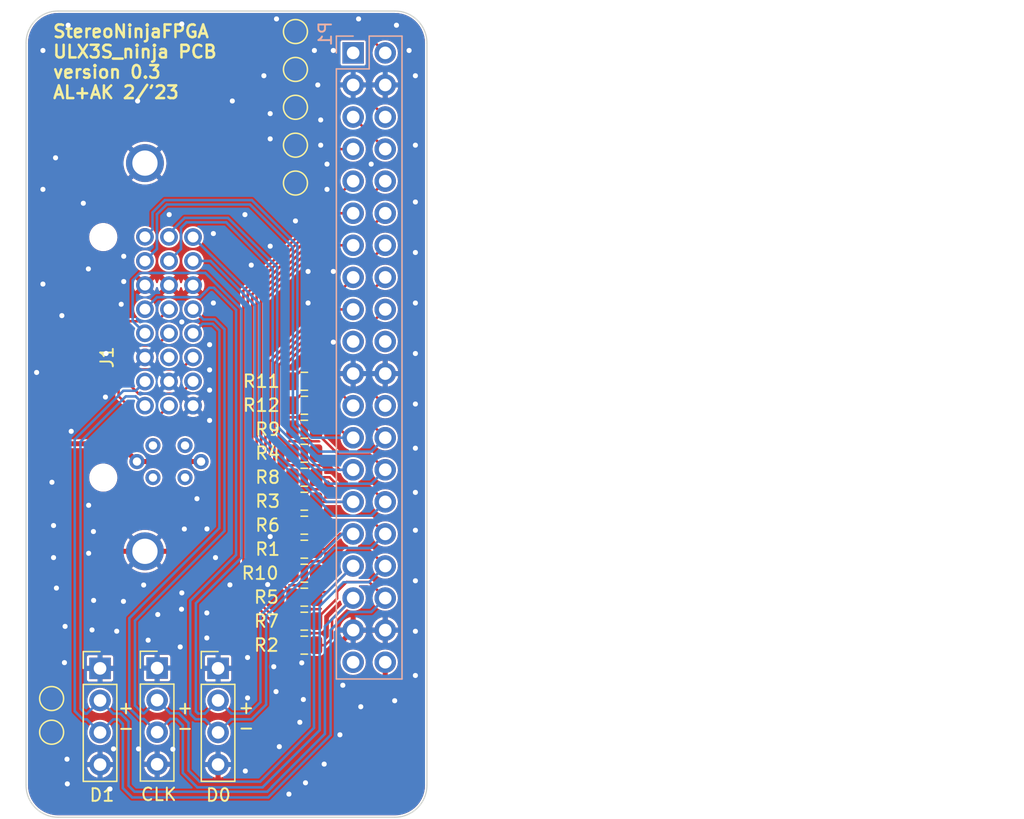
<source format=kicad_pcb>
(kicad_pcb (version 20211014) (generator pcbnew)
  (title_block (date "15 nov 2012"))
  (layers (0 "F.Cu" signal) (31 "B.Cu" signal) (34 "B.Paste" user) (35 "F.Paste" user) (36 "B.SilkS" user "B.Silkscreen") (37 "F.SilkS" user "F.Silkscreen") (38 "B.Mask" user) (39 "F.Mask" user) (44 "Edge.Cuts" user))
  (net 0 "")
  (net 1 "+5V")
  (net 2 "GND")
  (net 3 "/CAM0_SDA")
  (net 4 "/CAM0_SCL")
  (net 5 "/CAM1_SCL")
  (net 6 "/CAM1_SDA")
  (net 15 "/CAM1_D0_N")
  (net 16 "+3V3")
  (net 17 "/CAM_GPIO")
  (net 18 "/CAM0_CLK_P")
  (net 19 "/CAM0_CLK_N")
  (net 20 "/CAM0_D1_P")
  (net 21 "/CAM0_D1_N")
  (net 22 "/CAM0_D0_P")
  (net 23 "/CAM0_D0_N")
  (net 24 "/CAM1_CLK_P")
  (net 25 "/CAM1_CLK_N")
  (net 26 "/CAM1_D1_P")
  (net 27 "/CAM1_D1_N")
  (net 28 "/CAM1_D0_P")
  (net 29 "/CAM1_CLK_R_P")
  (net 30 "/CAM1_CLK_R_N")
  (net 31 "/CAM0_CLK_R_P")
  (net 32 "/CAM0_CLK_R_N")
  (net 33 "/CAM1_D1__R_P")
  (net 34 "/CAM1_D1_R_N")
  (net 35 "/CAM1_D0_R_P")
  (net 36 "/CAM1_D0_R_N")
  (net 37 "/CAM0_D1_R_P")
  (net 38 "/CAM0_D1_R_N")
  (net 39 "/CAM0_D0_R_P")
  (net 40 "/CAM0_D0_R_N")
  (footprint "Resistor_SMD:R_0805_2012Metric" (layer "F.Cu") (at 217.7 126.5)
    (fp_text reference "R9")
    (fp_text value "50R")
  )
  (footprint "Resistor_SMD:R_0805_2012Metric" (layer "F.Cu") (at 217.7 132.2 180)
    (fp_text reference "R3")
    (fp_text value "50R")
  )
  (footprint "Resistor_SMD:R_0805_2012Metric" (layer "F.Cu") (at 217.7 128.4 180)
    (fp_text reference "R4")
    (fp_text value "50R")
  )
  (footprint "TestPoint:TestPoint_Pad_D1.5mm" (layer "F.Cu") (at 197.6882 147.828)
    (fp_text reference "TP18" hide)
    (fp_text value "TestPoint")
  )
  (footprint "Resistor_SMD:R_0805_2012Metric" (layer "F.Cu") (at 217.7 137.9)
    (fp_text reference "R10")
    (fp_text value "50R")
  )
  (footprint "Resistor_SMD:R_0805_2012Metric" (layer "F.Cu") (at 217.7 136 180)
    (fp_text reference "R1")
    (fp_text value "50R")
  )
  (footprint "Resistor_SMD:R_0805_2012Metric" (layer "F.Cu") (at 217.7 134.1)
    (fp_text reference "R6")
    (fp_text value "50R")
  )
  (footprint "TestPoint:TestPoint_Pad_D1.5mm" (layer "F.Cu") (at 217 104)
    (fp_text reference "TP12" hide)
    (fp_text value "TestPoint")
  )
  (footprint "digikey-footprints:DVI_Female_74320-9010" (layer "F.Cu") (at 206.985 120.8025 -90)
    (fp_text reference "J1")
    (fp_text value "DVI-HX-107DIP")
  )
  (footprint "TestPoint:TestPoint_Pad_D1.5mm" (layer "F.Cu") (at 197.6882 150.495)
    (fp_text reference "TP19" hide)
    (fp_text value "TestPoint")
  )
  (footprint "Resistor_SMD:R_0805_2012Metric" (layer "F.Cu") (at 217.7 143.6 180)
    (fp_text reference "R2")
    (fp_text value "50R")
  )
  (footprint "Resistor_SMD:R_0805_2012Metric" (layer "F.Cu") (at 217.7 141.7)
    (fp_text reference "R7")
    (fp_text value "50R")
  )
  (footprint "Resistor_SMD:R_0805_2012Metric" (layer "F.Cu") (at 217.7 139.8 180)
    (fp_text reference "R5")
    (fp_text value "50R")
  )
  (footprint "Connector_PinHeader_2.54mm:PinHeader_1x04_P2.54mm_Vertical" (layer "F.Cu") (at 201.524 145.438)
    (fp_text reference "J_D1" hide)
    (fp_text value "Conn_01x04_Male")
  )
  (footprint "Connector_PinHeader_2.54mm:PinHeader_1x04_P2.54mm_Vertical" (layer "F.Cu") (at 210.8712 145.433)
    (fp_text reference "J_D0" hide)
    (fp_text value "Conn_01x04_Male")
  )
  (footprint "Connector_PinHeader_2.54mm:PinHeader_1x04_P2.54mm_Vertical" (layer "F.Cu") (at 206.0452 145.4126)
    (fp_text reference "J_CLK0" hide)
    (fp_text value "Conn_01x04_Male")
  )
  (footprint "TestPoint:TestPoint_Pad_D1.5mm" (layer "F.Cu") (at 217 95)
    (fp_text reference "TP17" hide)
    (fp_text value "TestPoint")
  )
  (footprint "TestPoint:TestPoint_Pad_D1.5mm" (layer "F.Cu") (at 217 107)
    (fp_text reference "TP9" hide)
    (fp_text value "TestPoint")
  )
  (footprint "Resistor_SMD:R_0805_2012Metric" (layer "F.Cu") (at 217.7 122.7)
    (fp_text reference "R11")
    (fp_text value "50R")
  )
  (footprint "TestPoint:TestPoint_Pad_D1.5mm" (layer "F.Cu") (at 217 101)
    (fp_text reference "TP13" hide)
    (fp_text value "TestPoint")
  )
  (footprint "TestPoint:TestPoint_Pad_D1.5mm" (layer "F.Cu") (at 217 98)
    (fp_text reference "TP15" hide)
    (fp_text value "TestPoint")
  )
  (footprint "Resistor_SMD:R_0805_2012Metric" (layer "F.Cu") (at 217.7 130.3)
    (fp_text reference "R8")
    (fp_text value "50R")
  )
  (footprint "Resistor_SMD:R_0805_2012Metric" (layer "F.Cu") (at 217.7 124.6 180)
    (fp_text reference "R12")
    (fp_text value "50R")
  )
  (footprint "Connector_PinSocket_2.54mm:PinSocket_2x20_P2.54mm_Vertical" (layer "B.Cu") (at 221.57 96.69 180)
    (fp_text reference "P1")
    (fp_text value "ULX3S connector (JP1)")
  )
  (gr_arc (start 224.873949 93.376051) (mid 226.67 94.12) (end 227.413949 95.916051) (layer "Edge.Cuts") (width 0.1))
  (gr_line (start 227.413949 95.916051) (end 227.413949 154.686) (layer "Edge.Cuts") (width 0.1))
  (gr_line (start 195.663949 95.916051) (end 195.663949 154.686) (layer "Edge.Cuts") (width 0.1))
  (gr_arc (start 227.413949 154.686) (mid 226.670021 156.4821) (end 224.873949 157.226) (layer "Edge.Cuts") (width 0.1))
  (gr_arc (start 198.203949 157.226) (mid 196.407883 156.482066) (end 195.663949 154.686) (layer "Edge.Cuts") (width 0.1))
  (gr_arc (start 195.663949 95.916051) (mid 196.407898 94.12) (end 198.203949 93.376051) (layer "Edge.Cuts") (width 0.1))
  (gr_line (start 224.873949 93.376051) (end 198.203949 93.376051) (layer "Edge.Cuts") (width 0.1))
  (gr_line (start 198.203949 157.226) (end 224.873949 157.226) (layer "Edge.Cuts") (width 0.1))
  (gr_text "StereoNinjaFPGA\nULX3S_ninja PCB\nversion 0.3\nAL+AK 2/'23" (at 197.7 97.4) (layer "F.SilkS") (effects (font (size 1 1) (thickness 0.2)) (justify left)))
  (gr_text "CLK" (at 206.1718 155.4226) (layer "F.SilkS") (effects (font (size 1 1))))
  (gr_text "+\n-" (at 203.581 149.352) (layer "F.SilkS") (effects (font (size 1 1))))
  (gr_text "+\n-" (at 213.106 149.3266) (layer "F.SilkS") (effects (font (size 1 1))))
  (gr_text "D1" (at 201.676 155.4734) (layer "F.SilkS") (effects (font (size 1 1))))
  (gr_text "D0" (at 210.8962 155.4734) (layer "F.SilkS") (effects (font (size 1 1))))
  (gr_text "+\n-" (at 208.2546 149.352) (layer "F.SilkS") (effects (font (size 1 1))))
  (segment (start 207.5035 136.1675) (end 216.336 145) (width 0.4) (layer "F.Cu") (net 2))
  (segment (start 202.6311 136.1675) (end 197.714 141.0846) (width 0.4) (layer "F.Cu") (net 2))
  (segment (start 218.98 145) (end 217.5 145) (width 0.4) (layer "F.Cu") (net 2))
  (segment (start 216.336 145) (end 217.5 145) (width 0.4) (layer "F.Cu") (net 2))
  (segment (start 221.57 142.41) (end 224.11 142.41) (width 0.4) (layer "F.Cu") (net 2))
  (segment (start 221.57 142.41) (end 218.98 145) (width 0.4) (layer "F.Cu") (net 2))
  (segment (start 197.714 147.8022) (end 197.6882 147.828) (width 0.4) (layer "F.Cu") (net 2))
  (segment (start 197.714 141.0846) (end 197.714 147.8022) (width 0.4) (layer "F.Cu") (net 2))
  (segment (start 205.08 136.1675) (end 202.6311 136.1675) (width 0.4) (layer "F.Cu") (net 2))
  (segment (start 205.08 136.1675) (end 207.5035 136.1675) (width 0.4) (layer "F.Cu") (net 2))
  (via (at 220.7518 146.7742) (size 0.8) (drill 0.4) (layers "F.Cu" "B.Cu") (net 2))
  (via (at 218.77 99.23) (size 0.8) (drill 0.4) (layers "F.Cu" "B.Cu") (net 2))
  (via (at 202.311 154.9908) (size 0.8) (drill 0.4) (layers "F.Cu" "B.Cu") (net 2))
  (via (at 219.5 107.5) (size 0.8) (drill 0.4) (layers "F.Cu" "B.Cu") (net 2))
  (via (at 197 96.5) (size 0.8) (drill 0.4) (layers "F.Cu" "B.Cu") (net 2))
  (via (at 210.668 136.665) (size 0.8) (drill 0.4) (layers "F.Cu" "B.Cu") (net 2))
  (via (at 199 94.5) (size 0.8) (drill 0.4) (layers "F.Cu" "B.Cu") (net 2))
  (via (at 209.2 132) (size 0.8) (drill 0.4) (layers "F.Cu" "B.Cu") (net 2))
  (via (at 226.5 131.5) (size 0.8) (drill 0.4) (layers "F.Cu" "B.Cu") (net 2))
  (via (at 226 96.5) (size 0.8) (drill 0.4) (layers "F.Cu" "B.Cu") (net 2))
  (via (at 212 100.5) (size 0.8) (drill 0.4) (layers "F.Cu" "B.Cu") (net 2))
  (via (at 215 103.5) (size 0.8) (drill 0.4) (layers "F.Cu" "B.Cu") (net 2))
  (via (at 217.6272 147.9042) (size 0.8) (drill 0.4) (layers "F.Cu" "B.Cu") (net 2))
  (via (at 215.5 94) (size 0.8) (drill 0.4) (layers "F.Cu" "B.Cu") (net 2))
  (via (at 197.714 130.696) (size 0.8) (drill 0.4) (layers "F.Cu" "B.Cu") (net 2))
  (via (at 207.9756 140.7544) (size 0.8) (drill 0.4) (layers "F.Cu" "B.Cu") (net 2))
  (via (at 226.5 108.5) (size 0.8) (drill 0.4) (layers "F.Cu" "B.Cu") (net 2))
  (via (at 210.2 121.8) (size 0.8) (drill 0.4) (layers "F.Cu" "B.Cu") (net 2))
  (via (at 214.8 138.8) (size 0.8) (drill 0.4) (layers "F.Cu" "B.Cu") (net 2))
  (via (at 215 135) (size 0.8) (drill 0.4) (layers "F.Cu" "B.Cu") (net 2))
  (via (at 200.6205 132.520363) (size 0.8) (drill 0.4) (layers "F.Cu" "B.Cu") (net 2))
  (via (at 224.8595 148) (size 0.8) (drill 0.4) (layers "F.Cu" "B.Cu") (net 2))
  (via (at 203.3778 140.1318) (size 0.8) (drill 0.4) (layers "F.Cu" "B.Cu") (net 2))
  (via (at 220 114) (size 0.8) (drill 0.4) (layers "F.Cu" "B.Cu") (net 2))
  (via (at 210.2 123.4) (size 0.8) (drill 0.4) (layers "F.Cu" "B.Cu") (net 2))
  (via (at 208.2 134.4) (size 0.8) (drill 0.4) (layers "F.Cu" "B.Cu") (net 2))
  (via (at 226.5 134.5) (size 0.8) (drill 0.4) (layers "F.Cu" "B.Cu") (net 2))
  (via (at 207.8736 143.7386) (size 0.8) (drill 0.4) (layers "F.Cu" "B.Cu") (net 2))
  (via (at 218 116.5) (size 0.8) (drill 0.4) (layers "F.Cu" "B.Cu") (net 2))
  (via (at 203.2 116.6) (size 0.8) (drill 0.4) (layers "F.Cu" "B.Cu") (net 2))
  (via (at 219 104) (size 0.8) (drill 0.4) (layers "F.Cu" "B.Cu") (net 2))
  (via (at 201 134.6) (size 0.8) (drill 0.4) (layers "F.Cu" "B.Cu") (net 2))
  (via (at 223 105.5) (size 0.8) (drill 0.4) (layers "F.Cu" "B.Cu") (net 2))
  (via (at 204.978 138.8364) (size 0.8) (drill 0.4) (layers "F.Cu" "B.Cu") (net 2))
  (via (at 213.2076 144.5768) (size 0.8) (drill 0.4) (layers "F.Cu" "B.Cu") (net 2))
  (via (at 211.811 138.824) (size 0.8) (drill 0.4) (layers "F.Cu" "B.Cu") (net 2))
  (via (at 210.5 111) (size 0.8) (drill 0.4) (layers "F.Cu" "B.Cu") (net 2))
  (via (at 217.3478 149.7076) (size 0.8) (drill 0.4) (layers "F.Cu" "B.Cu") (net 2))
  (via (at 204.5 100.5) (size 0.8) (drill 0.4) (layers "F.Cu" "B.Cu") (net 2))
  (via (at 226.5 120.5) (size 0.8) (drill 0.4) (layers "F.Cu" "B.Cu") (net 2))
  (via (at 198.755 142.113) (size 0.8) (drill 0.4) (layers "F.Cu" "B.Cu") (net 2))
  (via (at 215.283073 145.3046) (size 0.8) (drill 0.4) (layers "F.Cu" "B.Cu") (net 2))
  (via (at 217.795019 154.500116) (size 0.8) (drill 0.4) (layers "F.Cu" "B.Cu") (net 2))
  (via (at 216.4842 155.3972) (size 0.8) (drill 0.4) (layers "F.Cu" "B.Cu") (net 2))
  (via (at 210.5 116.5) (size 0.8) (drill 0.4) (layers "F.Cu" "B.Cu") (net 2))
  (via (at 226.5 112.5) (size 0.8) (drill 0.4) (layers "F.Cu" "B.Cu") (net 2))
  (via (at 219.275272 153.019862) (size 0.8) (drill 0.4) (layers "F.Cu" "B.Cu") (net 2))
  (via (at 200.2 108.6) (size 0.8) (drill 0.4) (layers "F.Cu" "B.Cu") (net 2))
  (via (at 215 112) (size 0.8) (drill 0.4) (layers "F.Cu" "B.Cu") (net 2))
  (via (at 198.5 117.5) (size 0.8) (drill 0.4) (layers "F.Cu" "B.Cu") (net 2))
  (via (at 203.4 114.8) (size 0.8) (drill 0.4) (layers "F.Cu" "B.Cu") (net 2))
  (via (at 197.841 136.665) (size 0.8) (drill 0.4) (layers "F.Cu" "B.Cu") (net 2))
  (via (at 226.5 128) (size 0.8) (drill 0.4) (layers "F.Cu" "B.Cu") (net 2))
  (via (at 226.5 116.5) (size 0.8) (drill 0.4) (layers "F.Cu" "B.Cu") (net 2))
  (via (at 220 119.6) (size 0.8) (drill 0.4) (layers "F.Cu" "B.Cu") (net 2))
  (via (at 208 118) (size 0.8) (drill 0.4) (layers "F.Cu" "B.Cu") (net 2))
  (via (at 198.0696 139.078) (size 0.8) (drill 0.4) (layers "F.Cu" "B.Cu") (net 2))
  (via (at 208 94.4) (size 0.8) (drill 0.4) (layers "F.Cu" "B.Cu") (net 2))
  (via (at 213.2076 147.7772) (size 0.8) (drill 0.4) (layers "F.Cu" "B.Cu") (net 2))
  (via (at 226.5 142.5) (size 0.8) (drill 0.4) (layers "F.Cu" "B.Cu") (net 2))
  (via (at 198 105) (size 0.8) (drill 0.4) (layers "F.Cu" "B.Cu") (net 2))
  (via (at 196.5 122) (size 0.8) (drill 0.4) (layers "F.Cu" "B.Cu") (net 2))
  (via (at 199.240764 126.662503) (size 0.8) (drill 0.4) (layers "F.Cu" "B.Cu") (net 2))
  (via (at 197.841 134.125) (size 0.8) (drill 0.4) (layers "F.Cu" "B.Cu") (net 2))
  (via (at 222 94) (size 0.8) (drill 0.4) (layers "F.Cu" "B.Cu") (net 2))
  (via (at 220.5228 150.6982) (size 0.8) (drill 0.4) (layers "F.Cu" "B.Cu") (net 2))
  (via (at 208.001 139.459) (size 0.8) (drill 0.4) (layers "F.Cu" "B.Cu") (net 2))
  (via (at 197 107.5) (size 0.8) (drill 0.4) (layers "F.Cu" "B.Cu") (net 2))
  (via (at 225 94.5) (size 0.8) (drill 0.4) (layers "F.Cu" "B.Cu") (net 2))
  (via (at 213 109.5) (size 0.8) (drill 0.4) (layers "F.Cu" "B.Cu") (net 2))
  (via (at 209.9818 141.0462) (size 0.8) (drill 0.4) (layers "F.Cu" "B.Cu") (net 2))
  (via (at 207.2894 151.8412) (size 0.8) (drill 0.4) (layers "F.Cu" "B.Cu") (net 2))
  (via (at 218 114) (size 0.8) (drill 0.4) (layers "F.Cu" "B.Cu") (net 2))
  (via (at 215.7222 151.638) (size 0.8) (drill 0.4) (layers "F.Cu" "B.Cu") (net 2))
  (via (at 210.2 125.8) (size 0.8) (drill 0.4) (layers "F.Cu" "B.Cu") (net 2))
  (via (at 203.4 112.8) (size 0.8) (drill 0.4) (layers "F.Cu" "B.Cu") (net 2))
  (via (at 197 115) (size 0.8) (drill 0.4) (layers "F.Cu" "B.Cu") (net 2))
  (via (at 207 109.5) (size 0.8) (drill 0.4) (layers "F.Cu" "B.Cu") (net 2))
  (via (at 215.462497 147.278272) (size 0.8) (drill 0.4) (layers "F.Cu" "B.Cu") (net 2))
  (via (at 200.6 113.8) (size 0.8) (drill 0.4) (layers "F.Cu" "B.Cu") (net 2))
  (via (at 210.2 119.8) (size 0.8) (drill 0.4) (layers "F.Cu" "B.Cu") (net 2))
  (via (at 200.6205 136.323054) (size 0.8) (drill 0.4) (layers "F.Cu" "B.Cu") (net 2))
  (via (at 204.5716 151.8158) (size 0.8) (drill 0.4) (layers "F.Cu" "B.Cu") (net 2))
  (via (at 198.9328 154.5844) (size 0.8) (drill 0.4) (layers "F.Cu" "B.Cu") (net 2))
  (via (at 220 96.5) (size 0.8) (drill 0.4) (layers "F.Cu" "B.Cu") (net 2))
  (via (at 222.1742 148.476) (size 0.8) (drill 0.4) (layers "F.Cu" "B.Cu") (net 2))
  (via (at 217 110) (size 0.8) (drill 0.4) (layers "F.Cu" "B.Cu") (net 2))
  (via (at 217.5 145) (size 0.8) (drill 0.4) (layers "F.Cu" "B.Cu") (net 2))
  (via (at 201.951634 123.951634) (size 0.8) (drill 0.4) (layers "F.Cu" "B.Cu") (net 2))
  (via (at 226.5 146) (size 0.8) (drill 0.4) (layers "F.Cu" "B.Cu") (net 2))
  (via (at 201.0156 140.0556) (size 0.8) (drill 0.4) (layers "F.Cu" "B.Cu") (net 2))
  (via (at 218.5 96.5) (size 0.8) (drill 0.4) (layers "F.Cu" "B.Cu") (net 2))
  (via (at 219.5 105.5) (size 0.8) (drill 0.4) (layers "F.Cu" "B.Cu") (net 2))
  (via (at 209.991234 134.391234) (size 0.8) (drill 0.4) (layers "F.Cu" "B.Cu") (net 2))
  (via (at 214.5 98.5) (size 0.8) (drill 0.4) (layers "F.Cu" "B.Cu") (net 2))
  (via (at 209.9818 143.0274) (size 0.8) (drill 0.4) (layers "F.Cu" "B.Cu") (net 2))
  (via (at 202 120.5) (size 0.8) (drill 0.4) (layers "F.Cu" "B.Cu") (net 2))
  (via (at 213.5 113.5) (size 0.8) (drill 0.4) (layers "F.Cu" "B.Cu") (net 2))
  (via (at 200.8886 142.3924) (size 0.8) (drill 0.4) (layers "F.Cu" "B.Cu") (net 2))
  (via (at 226.5 124.5) (size 0.8) (drill 0.4) (layers "F.Cu" "B.Cu") (net 2))
  (via (at 226.5 98.5) (size 0.8) (drill 0.4) (layers "F.Cu" "B.Cu") (net 2))
  (via (at 198.9074 152.6286) (size 0.8) (drill 0.4) (layers "F.Cu" "B.Cu") (net 2))
  (via (at 198.7042 144.9832) (size 0.8) (drill 0.4) (layers "F.Cu" "B.Cu") (net 2))
  (via (at 219 102) (size 0.8) (drill 0.4) (layers "F.Cu" "B.Cu") (net 2))
  (via (at 206.0956 141.1732) (size 0.8) (drill 0.4) (layers "F.Cu" "B.Cu") (net 2))
  (via (at 215 101.5) (size 0.8) (drill 0.4) (layers "F.Cu" "B.Cu") (net 2))
  (via (at 226.5 138.5) (size 0.8) (drill 0.4) (layers "F.Cu" "B.Cu") (net 2))
  (via (at 202.5904 151.8158) (size 0.8) (drill 0.4) (layers "F.Cu" "B.Cu") (net 2))
  (via (at 205.3336 143.2052) (size 0.8) (drill 0.4) (layers "F.Cu" "B.Cu") (net 2))
  (via (at 202.8444 142.494) (size 0.8) (drill 0.4) (layers "F.Cu" "B.Cu") (net 2))
  (via (at 213.0298 153.5684) (size 0.8) (drill 0.4) (layers "F.Cu" "B.Cu") (net 2))
  (via (at 226.5 104) (size 0.8) (drill 0.4) (layers "F.Cu" "B.Cu") (net 2))
  (segment (start 218.77 99.23) (end 211.27 99.23) (width 0.4) (layer "B.Cu") (net 2))
  (segment (start 221.57 122.09) (end 224.11 122.09) (width 0.4) (layer "B.Cu") (net 2))
  (segment (start 224.11 99.23) (end 221.57 99.23) (width 0.4) (layer "B.Cu") (net 2))
  (segment (start 211.27 99.23) (end 205.08 105.42) (width 0.4) (layer "B.Cu") (net 2))
  (segment (start 221.57 99.23) (end 218.77 99.23) (width 0.4) (layer "B.Cu") (net 2))
  (segment (start 198.61 107.700052) (end 198.61 114.744975) (width 0.2) (layer "F.Cu") (net 3))
  (segment (start 204.67 121.76) (end 207.94 121.76) (width 0.2) (layer "F.Cu") (net 3))
  (segment (start 217 101) (end 215.6 102.4) (width 0.2) (layer "F.Cu") (net 3))
  (segment (start 221.1 100.5) (end 220.4 100.5) (width 0.2) (layer "F.Cu") (net 3))
  (segment (start 221.1 100.5) (end 222.84 100.5) (width 0.2) (layer "F.Cu") (net 3))
  (segment (start 198.61 114.744975) (end 203.71 119.844974) (width 0.2) (layer "F.Cu") (net 3))
  (segment (start 215.6 102.4) (end 203.910052 102.4) (width 0.2) (layer "F.Cu") (net 3))
  (segment (start 203.692513 120.782513) (end 204.67 121.76) (width 0.2) (layer "F.Cu") (net 3))
  (segment (start 203.71 120.765026) (end 203.692513 120.782513) (width 0.2) (layer "F.Cu") (net 3))
  (segment (start 219.9 101) (end 217 101) (width 0.2) (layer "F.Cu") (net 3))
  (segment (start 222.84 100.5) (end 224.11 101.77) (width 0.2) (layer "F.Cu") (net 3))
  (segment (start 203.910052 102.4) (end 198.61 107.700052) (width 0.2) (layer "F.Cu") (net 3))
  (segment (start 203.71 119.844974) (end 203.71 120.765026) (width 0.2) (layer "F.Cu") (net 3))
  (segment (start 207.94 121.76) (end 208.89 120.81) (width 0.2) (layer "F.Cu") (net 3))
  (segment (start 220.4 100.5) (end 219.9 101) (width 0.2) (layer "F.Cu") (net 3))
  (segment (start 217 98) (end 212.95 102.05) (width 0.2) (layer "F.Cu") (net 4))
  (segment (start 221.57 101.77) (end 222.8 103) (width 0.2) (layer "F.Cu") (net 4))
  (segment (start 198.26 107.555078) (end 198.26 114.88995) (width 0.2) (layer "F.Cu") (net 4))
  (segment (start 198.26 114.88995) (end 202.615026 119.244974) (width 0.2) (layer "F.Cu") (net 4))
  (segment (start 203.342513 119.972461) (end 202.615026 119.244974) (width 0.2) (layer "F.Cu") (net 4))
  (segment (start 224.9 98) (end 217 98) (width 0.2) (layer "F.Cu") (net 4))
  (segment (start 225.6 98.7) (end 224.9 98) (width 0.2) (layer "F.Cu") (net 4))
  (segment (start 222.8 103) (end 224.8 103) (width 0.2) (layer "F.Cu") (net 4))
  (segment (start 205.15 123.68) (end 204.57 123.68) (width 0.2) (layer "F.Cu") (net 4))
  (segment (start 224.8 103) (end 225.6 102.2) (width 0.2) (layer "F.Cu") (net 4))
  (segment (start 208.89 122.7075) (end 207.9175 123.68) (width 0.2) (layer "F.Cu") (net 4))
  (segment (start 203.342513 122.452513) (end 203.342513 119.972461) (width 0.2) (layer "F.Cu") (net 4))
  (segment (start 225.6 102.2) (end 225.6 98.7) (width 0.2) (layer "F.Cu") (net 4))
  (segment (start 204.57 123.68) (end 203.342513 122.452513) (width 0.2) (layer "F.Cu") (net 4))
  (segment (start 207.9175 123.68) (end 207.03 123.68) (width 0.2) (layer "F.Cu") (net 4))
  (segment (start 203.765078 102.05) (end 198.26 107.555078) (width 0.2) (layer "F.Cu") (net 4))
  (segment (start 207.03 123.68) (end 205.15 123.68) (width 0.2) (layer "F.Cu") (net 4))
  (segment (start 212.95 102.05) (end 203.765078 102.05) (width 0.2) (layer "F.Cu") (net 4))
  (segment (start 199.31 114.455026) (end 202.799974 117.945) (width 0.2) (layer "F.Cu") (net 5))
  (segment (start 213.1 103.1) (end 204.2 103.1) (width 0.2) (layer "F.Cu") (net 5))
  (segment (start 206.0325 117.945) (end 206.985 116.9925) (width 0.2) (layer "F.Cu") (net 5))
  (segment (start 217 107) (end 213.1 103.1) (width 0.2) (layer "F.Cu") (net 5))
  (segment (start 219.69 104.31) (end 217 107) (width 0.2) (layer "F.Cu") (net 5))
  (segment (start 204.2 103.1) (end 199.31 107.99) (width 0.2) (layer "F.Cu") (net 5))
  (segment (start 202.799974 117.945) (end 206.0325 117.945) (width 0.2) (layer "F.Cu") (net 5))
  (segment (start 221.57 104.31) (end 219.69 104.31) (width 0.2) (layer "F.Cu") (net 5))
  (segment (start 199.31 107.99) (end 199.31 114.455026) (width 0.2) (layer "F.Cu") (net 5))
  (segment (start 206.0225 119.86) (end 206.985 118.8975) (width 0.2) (layer "F.Cu") (net 6))
  (segment (start 223.3 103.5) (end 224.11 104.31) (width 0.2) (layer "F.Cu") (net 6))
  (segment (start 222 103) (end 222.5 103.5) (width 0.2) (layer "F.Cu") (net 6))
  (segment (start 218 103) (end 222 103) (width 0.2) (layer "F.Cu") (net 6))
  (segment (start 198.96 107.845026) (end 198.96 114.6) (width 0.2) (layer "F.Cu") (net 6))
  (segment (start 215.75 102.75) (end 204.055026 102.75) (width 0.2) (layer "F.Cu") (net 6))
  (segment (start 204.22 119.86) (end 206.0225 119.86) (width 0.2) (layer "F.Cu") (net 6))
  (segment (start 204.055026 102.75) (end 198.96 107.845026) (width 0.2) (layer "F.Cu") (net 6))
  (segment (start 198.96 114.6) (end 204.22 119.86) (width 0.2) (layer "F.Cu") (net 6))
  (segment (start 217 104) (end 215.75 102.75) (width 0.2) (layer "F.Cu") (net 6))
  (segment (start 217 104) (end 218 103) (width 0.2) (layer "F.Cu") (net 6))
  (segment (start 222.5 103.5) (end 223.3 103.5) (width 0.2) (layer "F.Cu") (net 6))
  (segment (start 222.86 131) (end 224.11 132.25) (width 0.2) (layer "F.Cu") (net 15))
  (segment (start 220.4 131) (end 222.86 131) (width 0.2) (layer "F.Cu") (net 15))
  (segment (start 219.7 130.3) (end 220.4 131) (width 0.2) (layer "F.Cu") (net 15))
  (segment (start 218.6375 130.3) (end 219.7 130.3) (width 0.2) (layer "F.Cu") (net 15))
  (segment (start 215.302513 128.597487) (end 220.055026 133.35) (width 0.2) (layer "B.Cu") (net 15))
  (segment (start 213.8 116.7) (end 213.8 127.094974) (width 0.2) (layer "B.Cu") (net 15))
  (segment (start 223.01 133.35) (end 224.11 132.25) (width 0.2) (layer "B.Cu") (net 15))
  (segment (start 213.8 127.094974) (end 215.302513 128.597487) (width 0.2) (layer "B.Cu") (net 15))
  (segment (start 213.4 116.3) (end 213.8 116.7) (width 0.2) (layer "B.Cu") (net 15))
  (segment (start 210.27 113.17) (end 213.4 116.3) (width 0.2) (layer "B.Cu") (net 15))
  (segment (start 220.055026 133.35) (end 223.01 133.35) (width 0.2) (layer "B.Cu") (net 15))
  (segment (start 208.89 113.17) (end 210.27 113.17) (width 0.2) (layer "B.Cu") (net 15))
  (segment (start 197.714 150.5208) (end 197.6882 150.495) (width 0.4) (layer "F.Cu") (net 16))
  (segment (start 196.19 129.045) (end 196.19 148.9452) (width 0.4) (layer "F.Cu") (net 16))
  (segment (start 196.19 148.9452) (end 196.1642 148.971) (width 0.4) (layer "F.Cu") (net 16))
  (segment (start 197.714 155.423) (end 197.714 150.5208) (width 0.4) (layer "F.Cu") (net 16))
  (segment (start 204.445 129.0575) (end 203.0355 127.648) (width 0.4) (layer "F.Cu") (net 16))
  (segment (start 224.11 152.0386) (end 224.11 144.95) (width 0.4) (layer "F.Cu") (net 16))
  (segment (start 197.714 155.423) (end 198.755 156.464) (width 0.4) (layer "F.Cu") (net 16))
  (segment (start 197.587 127.648) (end 196.19 129.045) (width 0.4) (layer "F.Cu") (net 16))
  (segment (start 198.755 156.464) (end 219.6846 156.464) (width 0.4) (layer "F.Cu") (net 16))
  (segment (start 196.1642 148.971) (end 197.6882 150.495) (width 0.4) (layer "F.Cu") (net 16))
  (segment (start 203.0355 127.648) (end 197.587 127.648) (width 0.4) (layer "F.Cu") (net 16))
  (segment (start 209.525 129.0575) (end 204.445 129.0575) (width 0.4) (layer "F.Cu") (net 16))
  (segment (start 219.6846 156.464) (end 224.11 152.0386) (width 0.4) (layer "F.Cu") (net 16))
  (segment (start 223.21 95.79) (end 222.42 95) (width 0.2) (layer "F.Cu") (net 17))
  (segment (start 215.5 99.005026) (end 212.805026 101.7) (width 0.2) (layer "F.Cu") (net 17))
  (segment (start 202.992513 123.886016) (end 202.992513 120.117435) (width 0.2) (layer "F.Cu") (net 17))
  (segment (start 215.5 96.5) (end 215.5 99.005026) (width 0.2) (layer "F.Cu") (net 17))
  (segment (start 204.706497 125.6) (end 202.992513 123.886016) (width 0.2) (layer "F.Cu") (net 17))
  (segment (start 197.91 115.034925) (end 201.987536 119.112461) (width 0.2) (layer "F.Cu") (net 17))
  (segment (start 206.985 124.63) (end 206.015 125.6) (width 0.2) (layer "F.Cu") (net 17))
  (segment (start 222.42 95) (end 217 95) (width 0.2) (layer "F.Cu") (net 17))
  (segment (start 206.015 125.6) (end 204.706497 125.6) (width 0.2) (layer "F.Cu") (net 17))
  (segment (start 201.987536 119.112461) (end 201.987539 119.112461) (width 0.2) (layer "F.Cu") (net 17))
  (segment (start 223.21 95.79) (end 224.11 96.69) (width 0.2) (layer "F.Cu") (net 17))
  (segment (start 203.620104 101.7) (end 197.91 107.410104) (width 0.2) (layer "F.Cu") (net 17))
  (segment (start 217 95) (end 215.5 96.5) (width 0.2) (layer "F.Cu") (net 17))
  (segment (start 212.805026 101.7) (end 203.620104 101.7) (width 0.2) (layer "F.Cu") (net 17))
  (segment (start 202.992513 120.117435) (end 201.987539 119.112461) (width 0.2) (layer "F.Cu") (net 17))
  (segment (start 197.91 107.410104) (end 197.91 115.034925) (width 0.2) (layer "F.Cu") (net 17))
  (segment (start 221.57 137.33) (end 219.5 139.4) (width 0.2) (layer "F.Cu") (net 18))
  (segment (start 218.6375 139.8) (end 218.6375 139.7625) (width 0.2) (layer "F.Cu") (net 18))
  (segment (start 218.6375 139.7625) (end 219 139.4) (width 0.2) (layer "F.Cu") (net 18))
  (segment (start 219.0375 139.4) (end 218.6375 139.8) (width 0.2) (layer "F.Cu") (net 18))
  (segment (start 219.5 139.4) (end 219.0375 139.4) (width 0.2) (layer "F.Cu") (net 18))
  (segment (start 204.289 141.6604) (end 205.0359 140.9135) (width 0.2) (layer "B.Cu") (net 18))
  (segment (start 218.469 140.433) (end 220.6037 138.2983) (width 0.2) (layer "B.Cu") (net 18))
  (segment (start 208.5304 149.7668) (end 208.5304 153.526) (width 0.2) (layer "B.Cu") (net 18))
  (segment (start 220.6037 138.2983) (end 220.6037 138.2963) (width 0.2) (layer "B.Cu") (net 18))
  (segment (start 211.3792 134.514156) (end 211.3792 129.2736) (width 0.2) (layer "B.Cu") (net 18))
  (segment (start 209.7 117.8) (end 208.89 116.99) (width 0.2) (layer "B.Cu") (net 18))
  (segment (start 206.0452 147.9526) (end 207.090199 148.997599) (width 0.2) (layer "B.Cu") (net 18))
  (segment (start 210.594974 117.8) (end 209.7 117.8) (width 0.2) (layer "B.Cu") (net 18))
  (segment (start 204.903799 148.997599) (end 204.289 148.3828) (width 0.2) (layer "B.Cu") (net 18))
  (segment (start 211.3792 134.5314) (end 211.3792 134.5568) (width 0.2) (layer "B.Cu") (net 18))
  (segment (start 209.4146 154.4102) (end 214.2066 154.4102) (width 0.2) (layer "B.Cu") (net 18))
  (segment (start 214.2066 154.4102) (end 218.469 150.1478) (width 0.2) (layer "B.Cu") (net 18))
  (segment (start 206.0452 147.9526) (end 205.000201 148.997599) (width 0.2) (layer "B.Cu") (net 18))
  (segment (start 220.6037 138.2963) (end 221.57 137.33) (width 0.2) (layer "B.Cu") (net 18))
  (segment (start 211.38 129.215444) (end 211.38 118.585026) (width 0.2) (layer "B.Cu") (net 18))
  (segment (start 207.761199 148.997599) (end 208.5304 149.7668) (width 0.2) (layer "B.Cu") (net 18))
  (segment (start 204.289 148.3828) (end 204.289 141.6604) (width 0.2) (layer "B.Cu") (net 18))
  (segment (start 218.469 150.1478) (end 218.469 140.433) (width 0.2) (layer "B.Cu") (net 18))
  (segment (start 211.38 118.585026) (end 210.594974 117.8) (width 0.2) (layer "B.Cu") (net 18))
  (segment (start 208.5304 153.526) (end 209.4146 154.4102) (width 0.2) (layer "B.Cu") (net 18))
  (segment (start 211.3792 134.5568) (end 205.08 140.856) (width 0.2) (layer "B.Cu") (net 18))
  (segment (start 207.090199 148.997599) (end 207.761199 148.997599) (width 0.2) (layer "B.Cu") (net 18))
  (segment (start 205.000201 148.997599) (end 204.903799 148.997599) (width 0.2) (layer "B.Cu") (net 18))
  (segment (start 218.6375 137.9) (end 219.322183 137.9) (width 0.2) (layer "F.Cu") (net 19))
  (segment (start 221.122183 136.1) (end 222.88 136.1) (width 0.2) (layer "F.Cu") (net 19))
  (segment (start 219.322183 137.9) (end 221.122183 136.1) (width 0.2) (layer "F.Cu") (net 19))
  (segment (start 222.88 136.1) (end 224.11 137.33) (width 0.2) (layer "F.Cu") (net 19))
  (segment (start 203.839 141.474) (end 204.7177 140.5953) (width 0.2) (layer "B.Cu") (net 19))
  (segment (start 206.0452 150.4926) (end 205.000201 149.447601) (width 0.2) (layer "B.Cu") (net 19))
  (segment (start 210.9728 134.3282) (end 204.699 140.602) (width 0.2) (layer "B.Cu") (net 19))
  (segment (start 214.393 154.8602) (end 218.919 150.3342) (width 0.2) (layer "B.Cu") (net 19))
  (segment (start 208.89 118.9) (end 209.64 118.15) (width 0.2) (layer "B.Cu") (net 19))
  (segment (start 209.2282 154.8602) (end 214.393 154.8602) (width 0.2) (layer "B.Cu") (net 19))
  (segment (start 210.9728 118.6728) (end 210.9728 134.3282) (width 0.2) (layer "B.Cu") (net 19))
  (segment (start 218.919 150.3342) (end 218.919 140.5044) (width 0.2) (layer "B.Cu") (net 19))
  (segment (start 218.919 140.5044) (end 220.8089 138.6145) (width 0.2) (layer "B.Cu") (net 19))
  (segment (start 210.45 118.15) (end 210.9728 118.6728) (width 0.2) (layer "B.Cu") (net 19))
  (segment (start 203.839 148.5692) (end 203.839 141.474) (width 0.2) (layer "B.Cu") (net 19))
  (segment (start 220.8089 138.6145) (end 222.8255 138.6145) (width 0.2) (layer "B.Cu") (net 19))
  (segment (start 208.0804 149.9532) (end 208.0804 153.7124) (width 0.2) (layer "B.Cu") (net 19))
  (segment (start 222.8255 138.6145) (end 224.11 137.33) (width 0.2) (layer "B.Cu") (net 19))
  (segment (start 204.717401 149.447601) (end 203.839 148.5692) (width 0.2) (layer "B.Cu") (net 19))
  (segment (start 209.64 118.15) (end 210.45 118.15) (width 0.2) (layer "B.Cu") (net 19))
  (segment (start 207.090199 149.447601) (end 207.574801 149.447601) (width 0.2) (layer "B.Cu") (net 19))
  (segment (start 206.0452 150.4926) (end 207.090199 149.447601) (width 0.2) (layer "B.Cu") (net 19))
  (segment (start 207.574801 149.447601) (end 208.0804 149.9532) (width 0.2) (layer "B.Cu") (net 19))
  (segment (start 205.000201 149.447601) (end 204.717401 149.447601) (width 0.2) (layer "B.Cu") (net 19))
  (segment (start 208.0804 153.7124) (end 209.2282 154.8602) (width 0.2) (layer "B.Cu") (net 19))
  (segment (start 219.9 143.05) (end 219.9 141.54) (width 0.2) (layer "F.Cu") (net 20))
  (segment (start 219.35 143.6) (end 219.9 143.05) (width 0.2) (layer "F.Cu") (net 20))
  (segment (start 219.9 141.54) (end 221.57 139.87) (width 0.2) (layer "F.Cu") (net 20))
  (segment (start 218.6375 143.6) (end 219.35 143.6) (width 0.2) (layer "F.Cu") (net 20))
  (segment (start 202.568999 149.022999) (end 203.151199 149.022999) (width 0.2) (layer "B.Cu") (net 20))
  (segment (start 203.151199 149.022999) (end 203.781 149.6528) (width 0.2) (layer "B.Cu") (net 20))
  (segment (start 200.357199 149.022999) (end 199.971 148.6368) (width 0.2) (layer "B.Cu") (net 20))
  (segment (start 203.781 149.6528) (end 203.781 154.7328) (width 0.2) (layer "B.Cu") (net 20))
  (segment (start 204.350001 123.900001) (end 205.08 124.63) (width 0.2) (layer "B.Cu") (net 20))
  (segment (start 199.971 148.6368) (end 199.971 127.4872) (width 0.2) (layer "B.Cu") (net 20))
  (segment (start 200.479001 149.022999) (end 200.357199 149.022999) (width 0.2) (layer "B.Cu") (net 20))
  (segment (start 199.971 127.4872) (end 203.558199 123.900001) (width 0.2) (layer "B.Cu") (net 20))
  (segment (start 204.257901 155.209701) (end 214.766699 155.209701) (width 0.2) (layer "B.Cu") (net 20))
  (segment (start 219.333 142.107) (end 221.57 139.87) (width 0.2) (layer "B.Cu") (net 20))
  (segment (start 201.524 147.978) (end 200.479001 149.022999) (width 0.2) (layer "B.Cu") (net 20))
  (segment (start 201.524 147.978) (end 202.568999 149.022999) (width 0.2) (layer "B.Cu") (net 20))
  (segment (start 203.558199 123.900001) (end 204.350001 123.900001) (width 0.2) (layer "B.Cu") (net 20))
  (segment (start 214.766699 155.209701) (end 215.138 154.8384) (width 0.2) (layer "B.Cu") (net 20))
  (segment (start 219.333 150.626069) (end 219.333 142.107) (width 0.2) (layer "B.Cu") (net 20))
  (segment (start 203.781 154.7328) (end 204.257901 155.209701) (width 0.2) (layer "B.Cu") (net 20))
  (segment (start 215.138 154.821069) (end 219.333 150.626069) (width 0.2) (layer "B.Cu") (net 20))
  (segment (start 215.138 154.8384) (end 215.138 154.821069) (width 0.2) (layer "B.Cu") (net 20))
  (segment (start 220.3 139.35) (end 221.05 138.6) (width 0.2) (layer "F.Cu") (net 21))
  (segment (start 222.84 138.6) (end 224.11 139.87) (width 0.2) (layer "F.Cu") (net 21))
  (segment (start 220.3 139.9) (end 220.3 139.35) (width 0.2) (layer "F.Cu") (net 21))
  (segment (start 221.05 138.6) (end 222.84 138.6) (width 0.2) (layer "F.Cu") (net 21))
  (segment (start 218.6375 141.7) (end 218.6375 141.5625) (width 0.2) (layer "F.Cu") (net 21))
  (segment (start 218.6375 141.5625) (end 220.3 139.9) (width 0.2) (layer "F.Cu") (net 21))
  (segment (start 199.521 148.8232) (end 199.521 127.3008) (width 0.2) (layer "B.Cu") (net 21))
  (segment (start 204.350001 123.449999) (end 205.08 122.72) (width 0.2) (layer "B.Cu") (net 21))
  (segment (start 223.01 140.97) (end 224.11 139.87) (width 0.2) (layer "B.Cu") (net 21))
  (segment (start 202.568999 149.473001) (end 202.964801 149.473001) (width 0.2) (layer "B.Cu") (net 21))
  (segment (start 201.524 150.518) (end 202.568999 149.473001) (width 0.2) (layer "B.Cu") (net 21))
  (segment (start 214.843336 155.660802) (end 219.783 150.721138) (width 0.2) (layer "B.Cu") (net 21))
  (segment (start 204.072602 155.660802) (end 214.843336 155.660802) (width 0.2) (layer "B.Cu") (net 21))
  (segment (start 203.331 149.8392) (end 203.331 154.9192) (width 0.2) (layer "B.Cu") (net 21))
  (segment (start 203.331 154.9192) (end 204.072602 155.660802) (width 0.2) (layer "B.Cu") (net 21))
  (segment (start 221.222 140.97) (end 223.01 140.97) (width 0.2) (layer "B.Cu") (net 21))
  (segment (start 200.479001 149.473001) (end 200.170801 149.473001) (width 0.2) (layer "B.Cu") (net 21))
  (segment (start 219.783 142.409) (end 221.222 140.97) (width 0.2) (layer "B.Cu") (net 21))
  (segment (start 219.783 150.721138) (end 219.783 142.409) (width 0.2) (layer "B.Cu") (net 21))
  (segment (start 203.371801 123.449999) (end 204.350001 123.449999) (width 0.2) (layer "B.Cu") (net 21))
  (segment (start 202.964801 149.473001) (end 203.331 149.8392) (width 0.2) (layer "B.Cu") (net 21))
  (segment (start 201.524 150.518) (end 200.479001 149.473001) (width 0.2) (layer "B.Cu") (net 21))
  (segment (start 200.170801 149.473001) (end 199.521 148.8232) (width 0.2) (layer "B.Cu") (net 21))
  (segment (start 199.521 127.3008) (end 203.371801 123.449999) (width 0.2) (layer "B.Cu") (net 21))
  (segment (start 218.6375 136) (end 219.33 136) (width 0.2) (layer "F.Cu") (net 22))
  (segment (start 220.54 134.79) (end 221.57 134.79) (width 0.2) (layer "F.Cu") (net 22))
  (segment (start 219.33 136) (end 220.54 134.79) (width 0.2) (layer "F.Cu") (net 22))
  (segment (start 205.08 118.8975) (end 204.11 117.9275) (width 0.2) (layer "B.Cu") (net 22))
  (segment (start 212.73 116.99) (end 212.73 136.6604) (width 0.2) (layer "B.Cu") (net 22))
  (segment (start 204.11 114.706497) (end 204.696497 114.12) (width 0.2) (layer "B.Cu") (net 22))
  (segment (start 220.6964 134.79) (end 221.57 134.79) (width 0.2) (layer "B.Cu") (net 22))
  (segment (start 209.1146 148.8524) (end 209.2802 149.018) (width 0.2) (layer "B.Cu") (net 22))
  (segment (start 209.1146 140.2758) (end 209.1146 148.8524) (width 0.2) (layer "B.Cu") (net 22))
  (segment (start 210.8712 147.973) (end 211.916199 149.017999) (width 0.2) (layer "B.Cu") (net 22))
  (segment (start 214.2272 141.2592) (end 220.6964 134.79) (width 0.2) (layer "B.Cu") (net 22))
  (segment (start 211.916199 149.017999) (end 213.325001 149.017999) (width 0.2) (layer "B.Cu") (net 22))
  (segment (start 204.11 117.9275) (end 204.11 114.706497) (width 0.2) (layer "B.Cu") (net 22))
  (segment (start 209.86 114.12) (end 212.73 116.99) (width 0.2) (layer "B.Cu") (net 22))
  (segment (start 214.2272 148.1158) (end 214.2272 141.2592) (width 0.2) (layer "B.Cu") (net 22))
  (segment (start 213.325001 149.017999) (end 214.2272 148.1158) (width 0.2) (layer "B.Cu") (net 22))
  (segment (start 212.73 136.6604) (end 209.1146 140.2758) (width 0.2) (layer "B.Cu") (net 22))
  (segment (start 209.2802 149.018) (end 209.826201 149.017999) (width 0.2) (layer "B.Cu") (net 22))
  (segment (start 209.826201 149.017999) (end 210.8712 147.973) (width 0.2) (layer "B.Cu") (net 22))
  (segment (start 204.696497 114.12) (end 209.86 114.12) (width 0.2) (layer "B.Cu") (net 22))
  (segment (start 218.6375 134.1) (end 219.0475 133.69) (width 0.2) (layer "F.Cu") (net 23))
  (segment (start 223.01 133.69) (end 224.11 134.79) (width 0.2) (layer "F.Cu") (net 23))
  (segment (start 219.0475 133.69) (end 223.01 133.69) (width 0.2) (layer "F.Cu") (net 23))
  (segment (start 213.511399 149.468001) (end 214.6772 148.3022) (width 0.2) (layer "B.Cu") (net 23))
  (segment (start 209.0938 149.468) (end 209.826201 149.468001) (width 0.2) (layer "B.Cu") (net 23))
  (segment (start 214.6772 148.3022) (end 214.6772 141.30347) (width 0.2) (layer "B.Cu") (net 23))
  (segment (start 206.0325 116.04) (end 209.43 116.04) (width 0.2) (layer "B.Cu") (net 23))
  (segment (start 223 135.9) (end 224.11 134.79) (width 0.2) (layer "B.Cu") (net 23))
  (segment (start 205.08 116.9925) (end 206.0325 116.04) (width 0.2) (layer "B.Cu") (net 23))
  (segment (start 220.08067 135.9) (end 223 135.9) (width 0.2) (layer "B.Cu") (net 23))
  (segment (start 210.18 115.29) (end 210.535026 115.29) (width 0.2) (layer "B.Cu") (net 23))
  (segment (start 211.916199 149.468001) (end 213.511399 149.468001) (width 0.2) (layer "B.Cu") (net 23))
  (segment (start 208.6646 140.0894) (end 208.6646 149.0388) (width 0.2) (layer "B.Cu") (net 23))
  (segment (start 212.299699 117.054673) (end 212.299699 136.454301) (width 0.2) (layer "B.Cu") (net 23))
  (segment (start 208.6646 149.0388) (end 209.0938 149.468) (width 0.2) (layer "B.Cu") (net 23))
  (segment (start 210.8712 150.513) (end 211.916199 149.468001) (width 0.2) (layer "B.Cu") (net 23))
  (segment (start 214.6772 141.30347) (end 220.08067 135.9) (width 0.2) (layer "B.Cu") (net 23))
  (segment (start 212.299699 136.454301) (end 208.6646 140.0894) (width 0.2) (layer "B.Cu") (net 23))
  (segment (start 209.826201 149.468001) (end 210.8712 150.513) (width 0.2) (layer "B.Cu") (net 23))
  (segment (start 209.43 116.04) (end 210.18 115.29) (width 0.2) (layer "B.Cu") (net 23))
  (segment (start 210.535026 115.29) (end 212.299699 117.054673) (width 0.2) (layer "B.Cu") (net 23))
  (segment (start 221.2075 127.17) (end 221.57 127.17) (width 0.2) (layer "F.Cu") (net 24))
  (segment (start 218.6375 124.6) (end 221.2075 127.17) (width 0.2) (layer "F.Cu") (net 24))
  (segment (start 217.15 126.055026) (end 217.15 111.955025) (width 0.2) (layer "B.Cu") (net 24))
  (segment (start 213.544974 108.35) (end 206.655025 108.35) (width 0.2) (layer "B.Cu") (net 24))
  (segment (start 206.655025 108.35) (end 205.68 109.325026) (width 0.2) (layer "B.Cu") (net 24))
  (segment (start 218.264974 127.17) (end 217.15 126.055026) (width 0.2) (layer "B.Cu") (net 24))
  (segment (start 205.68 109.325026) (end 205.68 110.66) (width 0.2) (layer "B.Cu") (net 24))
  (segment (start 221.57 127.17) (end 218.264974 127.17) (width 0.2) (layer "B.Cu") (net 24))
  (segment (start 205.68 110.66) (end 205.08 111.26) (width 0.2) (layer "B.Cu") (net 24))
  (segment (start 217.15 111.955025) (end 213.544974 108.35) (width 0.2) (layer "B.Cu") (net 24))
  (segment (start 222.84 125.9) (end 224.11 127.17) (width 0.2) (layer "F.Cu") (net 25))
  (segment (start 218.9375 123) (end 218.6375 122.7) (width 0.2) (layer "F.Cu") (net 25))
  (segment (start 219.8 123.2) (end 219.8 124.8) (width 0.2) (layer "F.Cu") (net 25))
  (segment (start 219.6 123) (end 219.8 123.2) (width 0.2) (layer "F.Cu") (net 25))
  (segment (start 219.8 124.8) (end 220.9 125.9) (width 0.2) (layer "F.Cu") (net 25))
  (segment (start 220.9 125.9) (end 222.84 125.9) (width 0.2) (layer "F.Cu") (net 25))
  (segment (start 219.6 123) (end 218.9375 123) (width 0.2) (layer "F.Cu") (net 25))
  (segment (start 216.8 112.1) (end 213.4 108.7) (width 0.2) (layer "B.Cu") (net 25))
  (segment (start 216.8 126.2) (end 216.8 112.1) (width 0.2) (layer "B.Cu") (net 25))
  (segment (start 218.87 128.27) (end 216.8 126.2) (width 0.2) (layer "B.Cu") (net 25))
  (segment (start 224.11 127.17) (end 223.01 128.27) (width 0.2) (layer "B.Cu") (net 25))
  (segment (start 206.03 109.47) (end 206.03 112.22) (width 0.2) (layer "B.Cu") (net 25))
  (segment (start 223.01 128.27) (end 218.87 128.27) (width 0.2) (layer "B.Cu") (net 25))
  (segment (start 206.8 108.7) (end 206.03 109.47) (width 0.2) (layer "B.Cu") (net 25))
  (segment (start 213.4 108.7) (end 206.8 108.7) (width 0.2) (layer "B.Cu") (net 25))
  (segment (start 206.03 112.22) (end 205.08 113.17) (width 0.2) (layer "B.Cu") (net 25))
  (segment (start 219.6 128.8) (end 219.0375 128.8) (width 0.2) (layer "F.Cu") (net 26))
  (segment (start 219.0375 128.8) (end 218.6375 128.4) (width 0.2) (layer "F.Cu") (net 26))
  (segment (start 220.51 129.71) (end 219.6 128.8) (width 0.2) (layer "F.Cu") (net 26))
  (segment (start 218.6375 128.4) (end 218.6375 128.5375) (width 0.2) (layer "F.Cu") (net 26))
  (segment (start 218.6375 128.5375) (end 218.9 128.8) (width 0.2) (layer "F.Cu") (net 26))
  (segment (start 221.57 129.71) (end 220.51 129.71) (width 0.2) (layer "F.Cu") (net 26))
  (segment (start 206.985 111.000026) (end 206.985 111.26) (width 0.2) (layer "B.Cu") (net 26))
  (segment (start 206.985 111.26) (end 206.985 110.820026) (width 0.2) (layer "B.Cu") (net 26))
  (segment (start 208.225025 109.76) (end 206.985 111.000026) (width 0.2) (layer "B.Cu") (net 26))
  (segment (start 221.57 129.71) (end 219.004974 129.71) (width 0.2) (layer "B.Cu") (net 26))
  (segment (start 215.55 113.65) (end 211.66 109.76) (width 0.2) (layer "B.Cu") (net 26))
  (segment (start 215.55 126.255026) (end 215.55 113.65) (width 0.2) (layer "B.Cu") (net 26))
  (segment (start 219.004974 129.71) (end 215.55 126.255026) (width 0.2) (layer "B.Cu") (net 26))
  (segment (start 211.66 109.76) (end 208.225025 109.76) (width 0.2) (layer "B.Cu") (net 26))
  (segment (start 222.9 128.5) (end 224.11 129.71) (width 0.2) (layer "F.Cu") (net 27))
  (segment (start 218.6375 126.7375) (end 220.4 128.5) (width 0.2) (layer "F.Cu") (net 27))
  (segment (start 218.6375 126.5) (end 218.6375 126.7375) (width 0.2) (layer "F.Cu") (net 27))
  (segment (start 220.4 128.5) (end 222.9 128.5) (width 0.2) (layer "F.Cu") (net 27))
  (segment (start 209.49 110.11) (end 211.51 110.11) (width 0.2) (layer "B.Cu") (net 27))
  (segment (start 208.37 110.11) (end 209.49 110.11) (width 0.2) (layer "B.Cu") (net 27))
  (segment (start 224.11 129.71) (end 223.01 130.81) (width 0.2) (layer "B.Cu") (net 27))
  (segment (start 206.985 113.17) (end 207.935 112.22) (width 0.2) (layer "B.Cu") (net 27))
  (segment (start 215.2 126.4) (end 215.2 113.8) (width 0.2) (layer "B.Cu") (net 27))
  (segment (start 223.01 130.81) (end 219.61 130.81) (width 0.2) (layer "B.Cu") (net 27))
  (segment (start 207.935 112.22) (end 207.935 111.025) (width 0.2) (layer "B.Cu") (net 27))
  (segment (start 215.2 113.8) (end 214.75 113.35) (width 0.2) (layer "B.Cu") (net 27))
  (segment (start 217.6 128.8) (end 215.2 126.4) (width 0.2) (layer "B.Cu") (net 27))
  (segment (start 211.51 110.11) (end 214.75 113.35) (width 0.2) (layer "B.Cu") (net 27))
  (segment (start 207.935 111.025) (end 207.935 110.545) (width 0.2) (layer "B.Cu") (net 27))
  (segment (start 207.935 110.545) (end 208.37 110.11) (width 0.2) (layer "B.Cu") (net 27))
  (segment (start 219.61 130.81) (end 217.6 128.8) (width 0.2) (layer "B.Cu") (net 27))
  (segment (start 218.6875 132.25) (end 218.6375 132.2) (width 0.2) (layer "F.Cu") (net 28))
  (segment (start 221.57 132.25) (end 218.6875 132.25) (width 0.2) (layer "F.Cu") (net 28))
  (segment (start 219.45 132.25) (end 221.57 132.25) (width 0.2) (layer "B.Cu") (net 28))
  (segment (start 208.89 111.2775) (end 208.89 111.29) (width 0.2) (layer "B.Cu") (net 28))
  (segment (start 208.89 111.29) (end 214.15 116.55) (width 0.2) (layer "B.Cu") (net 28))
  (segment (start 214.15 116.55) (end 214.15 126.95) (width 0.2) (layer "B.Cu") (net 28))
  (segment (start 214.15 126.95) (end 219.45 132.25) (width 0.2) (layer "B.Cu") (net 28))
  (segment (start 218.15 121.75) (end 217.7 122.2) (width 0.2) (layer "F.Cu") (net 29))
  (segment (start 216.7625 124.4375) (end 216.7625 124.6) (width 0.2) (layer "F.Cu") (net 29))
  (segment (start 221.57 124.63) (end 220.2 123.26) (width 0.2) (layer "F.Cu") (net 29))
  (segment (start 220.2 122.864232) (end 219.085768 121.75) (width 0.2) (layer "F.Cu") (net 29))
  (segment (start 220.2 123.26) (end 220.2 122.864232) (width 0.2) (layer "F.Cu") (net 29))
  (segment (start 217.7 122.2) (end 217.7 123.5) (width 0.2) (layer "F.Cu") (net 29))
  (segment (start 217.7 123.5) (end 216.7625 124.4375) (width 0.2) (layer "F.Cu") (net 29))
  (segment (start 219.085768 121.75) (end 218.15 121.75) (width 0.2) (layer "F.Cu") (net 29))
  (segment (start 216.7625 122.5375) (end 216.7625 122.7) (width 0.2) (layer "F.Cu") (net 30))
  (segment (start 224.11 124.63) (end 222.8 123.32) (width 0.2) (layer "F.Cu") (net 30))
  (segment (start 218.5 120.8) (end 216.7625 122.5375) (width 0.2) (layer "F.Cu") (net 30))
  (segment (start 222.8 123.32) (end 222.8 121.3) (width 0.2) (layer "F.Cu") (net 30))
  (segment (start 222.8 121.3) (end 222.3 120.8) (width 0.2) (layer "F.Cu") (net 30))
  (segment (start 222.3 120.8) (end 218.5 120.8) (width 0.2) (layer "F.Cu") (net 30))
  (segment (start 213.575 136.375) (end 213.575 115.814948) (width 0.2) (layer "F.Cu") (net 31))
  (segment (start 213.575 115.814948) (end 219.999948 109.39) (width 0.2) (layer "F.Cu") (net 31))
  (segment (start 219.999948 109.39) (end 221.57 109.39) (width 0.2) (layer "F.Cu") (net 31))
  (segment (start 216.7625 139.8) (end 216.7625 139.5625) (width 0.2) (layer "F.Cu") (net 31))
  (segment (start 216.7625 139.5625) (end 213.575 136.375) (width 0.2) (layer "F.Cu") (net 31))
  (segment (start 224.11 109.39) (end 222.9 110.6) (width 0.2) (layer "F.Cu") (net 32))
  (segment (start 219.284922 110.6) (end 213.925 115.959922) (width 0.2) (layer "F.Cu") (net 32))
  (segment (start 222.9 110.6) (end 219.284922 110.6) (width 0.2) (layer "F.Cu") (net 32))
  (segment (start 213.925 136.230026) (end 215.594974 137.9) (width 0.2) (layer "F.Cu") (net 32))
  (segment (start 215.594974 137.9) (end 216.7625 137.9) (width 0.2) (layer "F.Cu") (net 32))
  (segment (start 213.925 115.959922) (end 213.925 136.230026) (width 0.2) (layer "F.Cu") (net 32))
  (segment (start 221.57 117.01) (end 220.084974 117.01) (width 0.2) (layer "F.Cu") (net 33))
  (segment (start 220.084974 117.01) (end 215.675 121.419974) (width 0.2) (layer "F.Cu") (net 33))
  (segment (start 216.7625 128.1625) (end 216.7625 128.4) (width 0.2) (layer "F.Cu") (net 33))
  (segment (start 215.675 121.419974) (end 215.675 127.075) (width 0.2) (layer "F.Cu") (net 33))
  (segment (start 215.675 127.075) (end 216.7625 128.1625) (width 0.2) (layer "F.Cu") (net 33))
  (segment (start 216.025 125.525) (end 216.025 121.564948) (width 0.2) (layer "F.Cu") (net 34))
  (segment (start 216.7625 126.2625) (end 216.025 125.525) (width 0.2) (layer "F.Cu") (net 34))
  (segment (start 223.01 118.11) (end 224.11 117.01) (width 0.2) (layer "F.Cu") (net 34))
  (segment (start 219.479948 118.11) (end 220.61 118.11) (width 0.2) (layer "F.Cu") (net 34))
  (segment (start 216.025 121.564948) (end 219.479948 118.11) (width 0.2) (layer "F.Cu") (net 34))
  (segment (start 220.61 118.11) (end 223.01 118.11) (width 0.2) (layer "F.Cu") (net 34))
  (segment (start 216.7625 126.5) (end 216.7625 126.2625) (width 0.2) (layer "F.Cu") (net 34))
  (segment (start 221.57 114.53) (end 221.57 114.47) (width 0.2) (layer "F.Cu") (net 35))
  (segment (start 216.7625 132.2) (end 216.7625 131.9625) (width 0.2) (layer "F.Cu") (net 35))
  (segment (start 216.7625 131.9625) (end 214.975 130.175) (width 0.2) (layer "F.Cu") (net 35))
  (segment (start 214.975 121.125) (end 221.57 114.53) (width 0.2) (layer "F.Cu") (net 35))
  (segment (start 214.975 130.175) (end 214.975 121.125) (width 0.2) (layer "F.Cu") (net 35))
  (segment (start 222.88 115.7) (end 220.9 115.7) (width 0.2) (layer "F.Cu") (net 36))
  (segment (start 215.325 121.275) (end 215.325 130.030026) (width 0.2) (layer "F.Cu") (net 36))
  (segment (start 220.9 115.7) (end 215.325 121.275) (width 0.2) (layer "F.Cu") (net 36))
  (segment (start 215.325 130.030026) (end 215.594974 130.3) (width 0.2) (layer "F.Cu") (net 36))
  (segment (start 224.11 114.47) (end 222.88 115.7) (width 0.2) (layer "F.Cu") (net 36))
  (segment (start 215.594974 130.3) (end 216.7625 130.3) (width 0.2) (layer "F.Cu") (net 36))
  (segment (start 212.875 139.475) (end 212.875 115.525) (width 0.2) (layer "F.Cu") (net 37))
  (segment (start 221.55 106.85) (end 221.57 106.85) (width 0.2) (layer "F.Cu") (net 37))
  (segment (start 216.7625 143.6) (end 216.7625 143.3625) (width 0.2) (layer "F.Cu") (net 37))
  (segment (start 216.7625 143.3625) (end 212.875 139.475) (width 0.2) (layer "F.Cu") (net 37))
  (segment (start 212.875 115.525) (end 221.55 106.85) (width 0.2) (layer "F.Cu") (net 37))
  (segment (start 213.225 115.669974) (end 213.225 139.330026) (width 0.2) (layer "F.Cu") (net 38))
  (segment (start 215.594974 141.7) (end 216.7625 141.7) (width 0.2) (layer "F.Cu") (net 38))
  (segment (start 224.11 106.85) (end 222.86 108.1) (width 0.2) (layer "F.Cu") (net 38))
  (segment (start 222.86 108.1) (end 220.794974 108.1) (width 0.2) (layer "F.Cu") (net 38))
  (segment (start 220.794974 108.1) (end 213.225 115.669974) (width 0.2) (layer "F.Cu") (net 38))
  (segment (start 213.225 139.330026) (end 215.594974 141.7) (width 0.2) (layer "F.Cu") (net 38))
  (segment (start 218.449896 111.93) (end 221.57 111.93) (width 0.2) (layer "F.Cu") (net 39))
  (segment (start 216.7625 135.7625) (end 214.275 133.275) (width 0.2) (layer "F.Cu") (net 39))
  (segment (start 214.275 133.275) (end 214.275 116.104896) (width 0.2) (layer "F.Cu") (net 39))
  (segment (start 216.7625 136) (end 216.7625 135.7625) (width 0.2) (layer "F.Cu") (net 39))
  (segment (start 214.275 116.104896) (end 218.449896 111.93) (width 0.2) (layer "F.Cu") (net 39))
  (segment (start 214.625 116.24987) (end 214.625 133.130026) (width 0.2) (layer "F.Cu") (net 40))
  (segment (start 214.625 133.130026) (end 215.594974 134.1) (width 0.2) (layer "F.Cu") (net 40))
  (segment (start 215.594974 134.1) (end 216.7625 134.1) (width 0.2) (layer "F.Cu") (net 40))
  (segment (start 222.84 113.2) (end 217.67487 113.2) (width 0.2) (layer "F.Cu") (net 40))
  (segment (start 217.67487 113.2) (end 214.625 116.24987) (width 0.2) (layer "F.Cu") (net 40))
  (segment (start 224.11 111.93) (end 222.84 113.2) (width 0.2) (layer "F.Cu") (net 40))
  (zone (net 2) (net_name "GND") (layers F&B.Cu) (priority 1) (connect_pads (clearance 0.1524)) (min_thickness 0.1524) (fill yes (thermal_gap 0.2) (thermal_bridge_width 0.4))
    (polygon (pts (xy 230.298 157.366) (xy 193.6 157.366) (xy 193.6 92.578) (xy 230.298 92.578)))
  )
)
</source>
